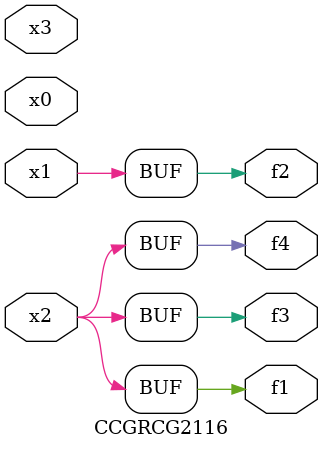
<source format=v>
module CCGRCG2116(
	input x0, x1, x2, x3,
	output f1, f2, f3, f4
);
	assign f1 = x2;
	assign f2 = x1;
	assign f3 = x2;
	assign f4 = x2;
endmodule

</source>
